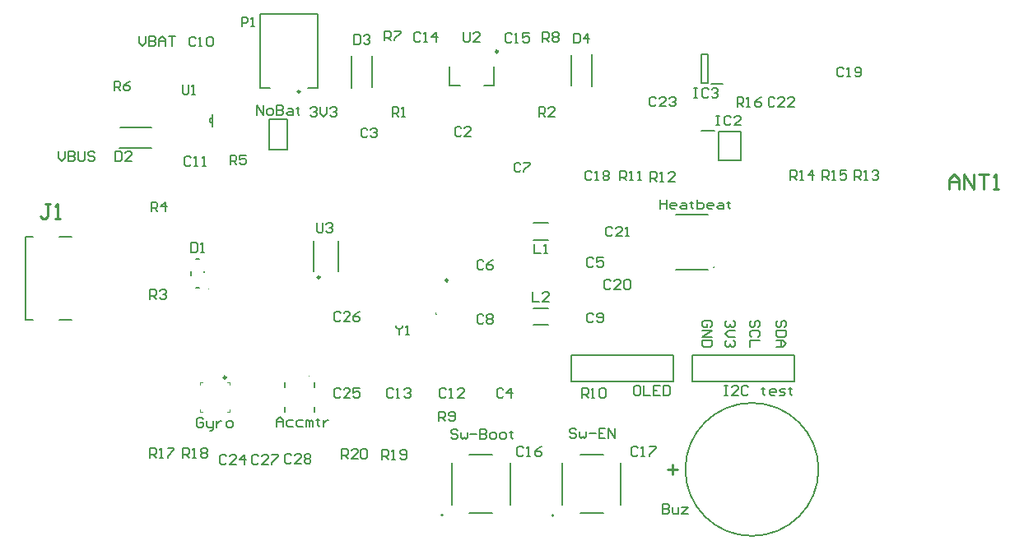
<source format=gto>
G04*
G04 #@! TF.GenerationSoftware,Altium Limited,Altium Designer,23.2.1 (34)*
G04*
G04 Layer_Color=65535*
%FSLAX44Y44*%
%MOMM*%
G71*
G04*
G04 #@! TF.SameCoordinates,8496A63A-E985-4FE9-BA7E-BC2AAF8C8172*
G04*
G04*
G04 #@! TF.FilePolarity,Positive*
G04*
G01*
G75*
%ADD10C,0.2000*%
%ADD11C,0.2540*%
%ADD12C,0.2500*%
%ADD13C,0.1524*%
%ADD14C,0.1250*%
%ADD15C,0.1000*%
%ADD16C,0.1270*%
D10*
X912443Y651280D02*
G03*
X912443Y651280I-1000J0D01*
G01*
X798544D02*
G03*
X798544Y651280I-1000J0D01*
G01*
X1077457Y906530D02*
G03*
X1077457Y906530I-597J0D01*
G01*
X791410Y858140D02*
G03*
X791410Y859140I0J500D01*
G01*
D02*
G03*
X791410Y858140I0J-500D01*
G01*
X1184830Y698500D02*
G03*
X1184830Y698500I-68500J0D01*
G01*
X1159740Y789190D02*
Y816090D01*
X1055140D02*
X1159740D01*
X1055140Y789190D02*
Y816090D01*
Y789190D02*
X1159740D01*
X610580Y1091725D02*
X620580D01*
X610578Y1091723D02*
Y1167723D01*
X610580Y1167726D02*
X669581D01*
X659580Y1091725D02*
X669581D01*
Y1167726D01*
X1081685Y1046668D02*
X1104685D01*
Y1016668D02*
Y1046668D01*
X1081685Y1016668D02*
X1104685D01*
X1081685D02*
Y1046668D01*
X1064185Y1047168D02*
X1078185D01*
X404020Y937850D02*
X416520D01*
X404020Y852850D02*
X416520D01*
X369020Y937850D02*
X376520D01*
X369020Y852850D02*
Y937850D01*
Y852850D02*
X376520D01*
X930680Y789190D02*
Y816090D01*
Y789190D02*
X1035280D01*
Y816090D01*
X930680D02*
X1035280D01*
X620019Y1058752D02*
X638019D01*
X620019Y1028052D02*
Y1058752D01*
Y1028052D02*
X638019D01*
Y1058752D01*
X891160Y952240D02*
X907160D01*
X891160Y934740D02*
X907160D01*
X666038Y782801D02*
Y787801D01*
Y757801D02*
Y762801D01*
X636037Y782801D02*
Y787801D01*
Y757801D02*
Y762801D01*
X1038170Y904560D02*
X1071170D01*
X1038170Y960560D02*
X1071170D01*
X1074651Y1095980D02*
X1086151D01*
X1071151Y1096230D02*
Y1125730D01*
X1064651D02*
X1071151D01*
X1064651Y1096230D02*
Y1125730D01*
Y1096230D02*
X1071151D01*
X691180Y902710D02*
Y933710D01*
X665180Y902710D02*
Y933710D01*
X851160Y1093960D02*
Y1113210D01*
X805160Y1093960D02*
Y1113210D01*
Y1093960D02*
X815910D01*
X840410D02*
X851160D01*
X891160Y847096D02*
X907160D01*
X891160Y864596D02*
X907160D01*
X544100Y885430D02*
X548100D01*
X544100Y915430D02*
X548100D01*
X553100Y901430D02*
Y902430D01*
X539100Y898430D02*
Y902430D01*
X1073321Y844775D02*
X1074987Y846442D01*
Y849774D01*
X1073321Y851440D01*
X1066656D01*
X1064990Y849774D01*
Y846442D01*
X1066656Y844775D01*
X1069988D01*
Y848108D01*
X1064990Y841443D02*
X1074987D01*
X1064990Y834779D01*
X1074987D01*
Y831446D02*
X1064990D01*
Y826448D01*
X1066656Y824782D01*
X1073321D01*
X1074987Y826448D01*
Y831446D01*
X1097451Y851440D02*
X1099117Y849774D01*
Y846442D01*
X1097451Y844775D01*
X1095785D01*
X1094118Y846442D01*
Y848108D01*
Y846442D01*
X1092452Y844775D01*
X1090786D01*
X1089120Y846442D01*
Y849774D01*
X1090786Y851440D01*
X1099117Y841443D02*
X1092452D01*
X1089120Y838111D01*
X1092452Y834779D01*
X1099117D01*
X1097451Y831446D02*
X1099117Y829780D01*
Y826448D01*
X1097451Y824782D01*
X1095785D01*
X1094118Y826448D01*
Y828114D01*
Y826448D01*
X1092452Y824782D01*
X1090786D01*
X1089120Y826448D01*
Y829780D01*
X1090786Y831446D01*
X1122851Y844775D02*
X1124517Y846442D01*
Y849774D01*
X1122851Y851440D01*
X1121184D01*
X1119518Y849774D01*
Y846442D01*
X1117852Y844775D01*
X1116186D01*
X1114520Y846442D01*
Y849774D01*
X1116186Y851440D01*
X1122851Y834779D02*
X1124517Y836445D01*
Y839777D01*
X1122851Y841443D01*
X1116186D01*
X1114520Y839777D01*
Y836445D01*
X1116186Y834779D01*
X1124517Y831446D02*
X1114520D01*
Y824782D01*
X1149521Y844775D02*
X1151187Y846442D01*
Y849774D01*
X1149521Y851440D01*
X1147855D01*
X1146188Y849774D01*
Y846442D01*
X1144522Y844775D01*
X1142856D01*
X1141190Y846442D01*
Y849774D01*
X1142856Y851440D01*
X1151187Y841443D02*
X1141190D01*
Y836445D01*
X1142856Y834779D01*
X1149521D01*
X1151187Y836445D01*
Y841443D01*
X1141190Y831446D02*
X1147855D01*
X1151187Y828114D01*
X1147855Y824782D01*
X1141190D01*
X1146188D01*
Y831446D01*
X1087691Y784778D02*
X1091023D01*
X1089357D01*
Y774782D01*
X1087691D01*
X1091023D01*
X1102686D02*
X1096022D01*
X1102686Y781446D01*
Y783112D01*
X1101020Y784778D01*
X1097688D01*
X1096022Y783112D01*
X1112683D02*
X1111017Y784778D01*
X1107685D01*
X1106019Y783112D01*
Y776448D01*
X1107685Y774782D01*
X1111017D01*
X1112683Y776448D01*
X1127678Y783112D02*
Y781446D01*
X1126012D01*
X1129344D01*
X1127678D01*
Y776448D01*
X1129344Y774782D01*
X1139341D02*
X1136009D01*
X1134343Y776448D01*
Y779780D01*
X1136009Y781446D01*
X1139341D01*
X1141007Y779780D01*
Y778114D01*
X1134343D01*
X1144340Y774782D02*
X1149338D01*
X1151004Y776448D01*
X1149338Y778114D01*
X1146006D01*
X1144340Y779780D01*
X1146006Y781446D01*
X1151004D01*
X1156003Y783112D02*
Y781446D01*
X1154336D01*
X1157669D01*
X1156003D01*
Y776448D01*
X1157669Y774782D01*
X403313Y1026078D02*
Y1019414D01*
X406645Y1016082D01*
X409977Y1019414D01*
Y1026078D01*
X413309D02*
Y1016082D01*
X418308D01*
X419974Y1017748D01*
Y1019414D01*
X418308Y1021080D01*
X413309D01*
X418308D01*
X419974Y1022746D01*
Y1024412D01*
X418308Y1026078D01*
X413309D01*
X423306D02*
Y1017748D01*
X424972Y1016082D01*
X428304D01*
X429971Y1017748D01*
Y1026078D01*
X439967Y1024412D02*
X438301Y1026078D01*
X434969D01*
X433303Y1024412D01*
Y1022746D01*
X434969Y1021080D01*
X438301D01*
X439967Y1019414D01*
Y1017748D01*
X438301Y1016082D01*
X434969D01*
X433303Y1017748D01*
X486410Y1144361D02*
Y1137696D01*
X489742Y1134364D01*
X493074Y1137696D01*
Y1144361D01*
X496407D02*
Y1134364D01*
X501405D01*
X503071Y1136030D01*
Y1137696D01*
X501405Y1139362D01*
X496407D01*
X501405D01*
X503071Y1141029D01*
Y1142695D01*
X501405Y1144361D01*
X496407D01*
X506404Y1134364D02*
Y1141029D01*
X509736Y1144361D01*
X513068Y1141029D01*
Y1134364D01*
Y1139362D01*
X506404D01*
X516400Y1144361D02*
X523065D01*
X519733D01*
Y1134364D01*
X662311Y1070132D02*
X663977Y1071798D01*
X667309D01*
X668976Y1070132D01*
Y1068466D01*
X667309Y1066800D01*
X665643D01*
X667309D01*
X668976Y1065134D01*
Y1063468D01*
X667309Y1061802D01*
X663977D01*
X662311Y1063468D01*
X672308Y1071798D02*
Y1065134D01*
X675640Y1061802D01*
X678972Y1065134D01*
Y1071798D01*
X682305Y1070132D02*
X683971Y1071798D01*
X687303D01*
X688969Y1070132D01*
Y1068466D01*
X687303Y1066800D01*
X685637D01*
X687303D01*
X688969Y1065134D01*
Y1063468D01*
X687303Y1061802D01*
X683971D01*
X682305Y1063468D01*
X897179Y1061802D02*
Y1071798D01*
X902178D01*
X903844Y1070132D01*
Y1066800D01*
X902178Y1065134D01*
X897179D01*
X900512D02*
X903844Y1061802D01*
X913841D02*
X907176D01*
X913841Y1068466D01*
Y1070132D01*
X912175Y1071798D01*
X908842D01*
X907176Y1070132D01*
X746445Y1061802D02*
Y1071798D01*
X751444D01*
X753110Y1070132D01*
Y1066800D01*
X751444Y1065134D01*
X746445D01*
X749778D02*
X753110Y1061802D01*
X756442D02*
X759774D01*
X758108D01*
Y1071798D01*
X756442Y1070132D01*
X607359Y1063804D02*
Y1073801D01*
X614024Y1063804D01*
Y1073801D01*
X619022Y1063804D02*
X622354D01*
X624020Y1065470D01*
Y1068802D01*
X622354Y1070469D01*
X619022D01*
X617356Y1068802D01*
Y1065470D01*
X619022Y1063804D01*
X627353Y1073801D02*
Y1063804D01*
X632351D01*
X634017Y1065470D01*
Y1067136D01*
X632351Y1068802D01*
X627353D01*
X632351D01*
X634017Y1070469D01*
Y1072135D01*
X632351Y1073801D01*
X627353D01*
X639016Y1070469D02*
X642348D01*
X644014Y1068802D01*
Y1063804D01*
X639016D01*
X637349Y1065470D01*
X639016Y1067136D01*
X644014D01*
X649012Y1072135D02*
Y1070469D01*
X647346D01*
X650678D01*
X649012D01*
Y1065470D01*
X650678Y1063804D01*
X627739Y742557D02*
Y749221D01*
X631071Y752553D01*
X634403Y749221D01*
Y742557D01*
Y747555D01*
X627739D01*
X644400Y749221D02*
X639402D01*
X637735Y747555D01*
Y744223D01*
X639402Y742557D01*
X644400D01*
X654397Y749221D02*
X649398D01*
X647732Y747555D01*
Y744223D01*
X649398Y742557D01*
X654397D01*
X657729D02*
Y749221D01*
X659395D01*
X661061Y747555D01*
Y742557D01*
Y747555D01*
X662727Y749221D01*
X664393Y747555D01*
Y742557D01*
X669392Y750887D02*
Y749221D01*
X667726D01*
X671058D01*
X669392D01*
Y744223D01*
X671058Y742557D01*
X676057Y749221D02*
Y742557D01*
Y745889D01*
X677723Y747555D01*
X679389Y749221D01*
X681055D01*
X750256Y847008D02*
Y845342D01*
X753588Y842010D01*
X756920Y845342D01*
Y847008D01*
X753588Y842010D02*
Y837012D01*
X760252D02*
X763585D01*
X761918D01*
Y847008D01*
X760252Y845342D01*
X668579Y952418D02*
Y944088D01*
X670246Y942422D01*
X673578D01*
X675244Y944088D01*
Y952418D01*
X678576Y950752D02*
X680242Y952418D01*
X683575D01*
X685241Y950752D01*
Y949086D01*
X683575Y947420D01*
X681908D01*
X683575D01*
X685241Y945754D01*
Y944088D01*
X683575Y942422D01*
X680242D01*
X678576Y944088D01*
X819829Y1148788D02*
Y1140458D01*
X821496Y1138792D01*
X824828D01*
X826494Y1140458D01*
Y1148788D01*
X836491Y1138792D02*
X829826D01*
X836491Y1145456D01*
Y1147122D01*
X834825Y1148788D01*
X831492D01*
X829826Y1147122D01*
X530546Y1094658D02*
Y1086328D01*
X532212Y1084662D01*
X535544D01*
X537210Y1086328D01*
Y1094658D01*
X540542Y1084662D02*
X543875D01*
X542208D01*
Y1094658D01*
X540542Y1092992D01*
X935635Y739342D02*
X933969Y741008D01*
X930637D01*
X928971Y739342D01*
Y737676D01*
X930637Y736009D01*
X933969D01*
X935635Y734343D01*
Y732677D01*
X933969Y731011D01*
X930637D01*
X928971Y732677D01*
X938968Y737676D02*
Y732677D01*
X940634Y731011D01*
X942300Y732677D01*
X943966Y731011D01*
X945632Y732677D01*
Y737676D01*
X948964Y736009D02*
X955629D01*
X965626Y741008D02*
X958961D01*
Y731011D01*
X965626D01*
X958961Y736009D02*
X962293D01*
X968958Y731011D02*
Y741008D01*
X975622Y731011D01*
Y741008D01*
X813448Y738072D02*
X811782Y739738D01*
X808450D01*
X806784Y738072D01*
Y736406D01*
X808450Y734740D01*
X811782D01*
X813448Y733073D01*
Y731407D01*
X811782Y729741D01*
X808450D01*
X806784Y731407D01*
X816780Y736406D02*
Y731407D01*
X818446Y729741D01*
X820113Y731407D01*
X821779Y729741D01*
X823445Y731407D01*
Y736406D01*
X826777Y734740D02*
X833442D01*
X836774Y739738D02*
Y729741D01*
X841772D01*
X843438Y731407D01*
Y733073D01*
X841772Y734740D01*
X836774D01*
X841772D01*
X843438Y736406D01*
Y738072D01*
X841772Y739738D01*
X836774D01*
X848437Y729741D02*
X851769D01*
X853435Y731407D01*
Y734740D01*
X851769Y736406D01*
X848437D01*
X846771Y734740D01*
Y731407D01*
X848437Y729741D01*
X858434D02*
X861766D01*
X863432Y731407D01*
Y734740D01*
X861766Y736406D01*
X858434D01*
X856767Y734740D01*
Y731407D01*
X858434Y729741D01*
X868430Y738072D02*
Y736406D01*
X866764D01*
X870097D01*
X868430D01*
Y731407D01*
X870097Y729741D01*
X694165Y709382D02*
Y719379D01*
X699163D01*
X700829Y717713D01*
Y714381D01*
X699163Y712715D01*
X694165D01*
X697497D02*
X700829Y709382D01*
X710826D02*
X704162D01*
X710826Y716047D01*
Y717713D01*
X709160Y719379D01*
X705828D01*
X704162Y717713D01*
X714158D02*
X715824Y719379D01*
X719157D01*
X720823Y717713D01*
Y711049D01*
X719157Y709382D01*
X715824D01*
X714158Y711049D01*
Y717713D01*
X736170Y708862D02*
Y718859D01*
X741168D01*
X742834Y717193D01*
Y713860D01*
X741168Y712194D01*
X736170D01*
X739502D02*
X742834Y708862D01*
X746167D02*
X749499D01*
X747833D01*
Y718859D01*
X746167Y717193D01*
X754497Y710528D02*
X756163Y708862D01*
X759496D01*
X761162Y710528D01*
Y717193D01*
X759496Y718859D01*
X756163D01*
X754497Y717193D01*
Y715527D01*
X756163Y713860D01*
X761162D01*
X531290Y710132D02*
Y720129D01*
X536288D01*
X537954Y718463D01*
Y715131D01*
X536288Y713465D01*
X531290D01*
X534622D02*
X537954Y710132D01*
X541287D02*
X544619D01*
X542953D01*
Y720129D01*
X541287Y718463D01*
X549617D02*
X551283Y720129D01*
X554616D01*
X556282Y718463D01*
Y716797D01*
X554616Y715131D01*
X556282Y713465D01*
Y711798D01*
X554616Y710132D01*
X551283D01*
X549617Y711798D01*
Y713465D01*
X551283Y715131D01*
X549617Y716797D01*
Y718463D01*
X551283Y715131D02*
X554616D01*
X497000Y710132D02*
Y720129D01*
X501998D01*
X503664Y718463D01*
Y715131D01*
X501998Y713465D01*
X497000D01*
X500332D02*
X503664Y710132D01*
X506996D02*
X510329D01*
X508663D01*
Y720129D01*
X506996Y718463D01*
X515327Y720129D02*
X521992D01*
Y718463D01*
X515327Y711798D01*
Y710132D01*
X1101125Y1071692D02*
Y1081689D01*
X1106124D01*
X1107790Y1080022D01*
Y1076690D01*
X1106124Y1075024D01*
X1101125D01*
X1104458D02*
X1107790Y1071692D01*
X1111122D02*
X1114454D01*
X1112788D01*
Y1081689D01*
X1111122Y1080022D01*
X1126117Y1081689D02*
X1122785Y1080022D01*
X1119453Y1076690D01*
Y1073358D01*
X1121119Y1071692D01*
X1124451D01*
X1126117Y1073358D01*
Y1075024D01*
X1124451Y1076690D01*
X1119453D01*
X1188639Y996360D02*
Y1006357D01*
X1193637D01*
X1195304Y1004690D01*
Y1001358D01*
X1193637Y999692D01*
X1188639D01*
X1191971D02*
X1195304Y996360D01*
X1198636D02*
X1201968D01*
X1200302D01*
Y1006357D01*
X1198636Y1004690D01*
X1213631Y1006357D02*
X1206966D01*
Y1001358D01*
X1210299Y1003024D01*
X1211965D01*
X1213631Y1001358D01*
Y998026D01*
X1211965Y996360D01*
X1208633D01*
X1206966Y998026D01*
X1155619Y996360D02*
Y1006357D01*
X1160617D01*
X1162284Y1004690D01*
Y1001358D01*
X1160617Y999692D01*
X1155619D01*
X1158951D02*
X1162284Y996360D01*
X1165616D02*
X1168948D01*
X1167282D01*
Y1006357D01*
X1165616Y1004690D01*
X1178945Y996360D02*
Y1006357D01*
X1173947Y1001358D01*
X1180611D01*
X1221659Y996360D02*
Y1006357D01*
X1226657D01*
X1228324Y1004690D01*
Y1001358D01*
X1226657Y999692D01*
X1221659D01*
X1224991D02*
X1228324Y996360D01*
X1231656D02*
X1234988D01*
X1233322D01*
Y1006357D01*
X1231656Y1004690D01*
X1239986D02*
X1241653Y1006357D01*
X1244985D01*
X1246651Y1004690D01*
Y1003024D01*
X1244985Y1001358D01*
X1243319D01*
X1244985D01*
X1246651Y999692D01*
Y998026D01*
X1244985Y996360D01*
X1241653D01*
X1239986Y998026D01*
X1012109Y995090D02*
Y1005087D01*
X1017107D01*
X1018774Y1003420D01*
Y1000088D01*
X1017107Y998422D01*
X1012109D01*
X1015441D02*
X1018774Y995090D01*
X1022106D02*
X1025438D01*
X1023772D01*
Y1005087D01*
X1022106Y1003420D01*
X1037101Y995090D02*
X1030436D01*
X1037101Y1001754D01*
Y1003420D01*
X1035435Y1005087D01*
X1032103D01*
X1030436Y1003420D01*
X980755Y996123D02*
Y1006120D01*
X985754D01*
X987420Y1004453D01*
Y1001121D01*
X985754Y999455D01*
X980755D01*
X984087D02*
X987420Y996123D01*
X990752D02*
X994084D01*
X992418D01*
Y1006120D01*
X990752Y1004453D01*
X999083Y996123D02*
X1002415D01*
X1000749D01*
Y1006120D01*
X999083Y1004453D01*
X941274Y772242D02*
Y782238D01*
X946272D01*
X947939Y780572D01*
Y777240D01*
X946272Y775574D01*
X941274D01*
X944606D02*
X947939Y772242D01*
X951271D02*
X954603D01*
X952937D01*
Y782238D01*
X951271Y780572D01*
X959602D02*
X961268Y782238D01*
X964600D01*
X966266Y780572D01*
Y773908D01*
X964600Y772242D01*
X961268D01*
X959602Y773908D01*
Y780572D01*
X794309Y748112D02*
Y758108D01*
X799308D01*
X800974Y756442D01*
Y753110D01*
X799308Y751444D01*
X794309D01*
X797642D02*
X800974Y748112D01*
X804306Y749778D02*
X805972Y748112D01*
X809305D01*
X810971Y749778D01*
Y756442D01*
X809305Y758108D01*
X805972D01*
X804306Y756442D01*
Y754776D01*
X805972Y753110D01*
X810971D01*
X901109Y1138792D02*
Y1148788D01*
X906108D01*
X907774Y1147122D01*
Y1143790D01*
X906108Y1142124D01*
X901109D01*
X904442D02*
X907774Y1138792D01*
X911106Y1147122D02*
X912772Y1148788D01*
X916105D01*
X917771Y1147122D01*
Y1145456D01*
X916105Y1143790D01*
X917771Y1142124D01*
Y1140458D01*
X916105Y1138792D01*
X912772D01*
X911106Y1140458D01*
Y1142124D01*
X912772Y1143790D01*
X911106Y1145456D01*
Y1147122D01*
X912772Y1143790D02*
X916105D01*
X738549Y1140062D02*
Y1150058D01*
X743548D01*
X745214Y1148392D01*
Y1145060D01*
X743548Y1143394D01*
X738549D01*
X741882D02*
X745214Y1140062D01*
X748546Y1150058D02*
X755211D01*
Y1148392D01*
X748546Y1141728D01*
Y1140062D01*
X460299Y1088472D02*
Y1098468D01*
X465298D01*
X466964Y1096802D01*
Y1093470D01*
X465298Y1091804D01*
X460299D01*
X463632D02*
X466964Y1088472D01*
X476961Y1098468D02*
X473628Y1096802D01*
X470296Y1093470D01*
Y1090138D01*
X471962Y1088472D01*
X475294D01*
X476961Y1090138D01*
Y1091804D01*
X475294Y1093470D01*
X470296D01*
X579679Y1012272D02*
Y1022268D01*
X584678D01*
X586344Y1020602D01*
Y1017270D01*
X584678Y1015604D01*
X579679D01*
X583012D02*
X586344Y1012272D01*
X596341Y1022268D02*
X589676D01*
Y1017270D01*
X593008Y1018936D01*
X594674D01*
X596341Y1017270D01*
Y1013938D01*
X594674Y1012272D01*
X591342D01*
X589676Y1013938D01*
X498399Y964012D02*
Y974008D01*
X503398D01*
X505064Y972342D01*
Y969010D01*
X503398Y967344D01*
X498399D01*
X501732D02*
X505064Y964012D01*
X513395D02*
Y974008D01*
X508396Y969010D01*
X515061D01*
X497129Y873842D02*
Y883838D01*
X502128D01*
X503794Y882172D01*
Y878840D01*
X502128Y877174D01*
X497129D01*
X500462D02*
X503794Y873842D01*
X507126Y882172D02*
X508792Y883838D01*
X512124D01*
X513791Y882172D01*
Y880506D01*
X512124Y878840D01*
X510458D01*
X512124D01*
X513791Y877174D01*
Y875508D01*
X512124Y873842D01*
X508792D01*
X507126Y875508D01*
X591506Y1154512D02*
Y1164508D01*
X596504D01*
X598170Y1162842D01*
Y1159510D01*
X596504Y1157844D01*
X591506D01*
X601502Y1154512D02*
X604835D01*
X603168D01*
Y1164508D01*
X601502Y1162842D01*
X1000131Y784778D02*
X996799D01*
X995133Y783112D01*
Y776448D01*
X996799Y774782D01*
X1000131D01*
X1001797Y776448D01*
Y783112D01*
X1000131Y784778D01*
X1005129D02*
Y774782D01*
X1011794D01*
X1021791Y784778D02*
X1015126D01*
Y774782D01*
X1021791D01*
X1015126Y779780D02*
X1018458D01*
X1025123Y784778D02*
Y774782D01*
X1030121D01*
X1031787Y776448D01*
Y783112D01*
X1030121Y784778D01*
X1025123D01*
X1024261Y662858D02*
Y652862D01*
X1029259D01*
X1030926Y654528D01*
Y656194D01*
X1029259Y657860D01*
X1024261D01*
X1029259D01*
X1030926Y659526D01*
Y661192D01*
X1029259Y662858D01*
X1024261D01*
X1034258Y659526D02*
Y654528D01*
X1035924Y652862D01*
X1040922D01*
Y659526D01*
X1044255D02*
X1050919D01*
X1044255Y652862D01*
X1050919D01*
X892495Y930828D02*
Y920832D01*
X899160D01*
X902492D02*
X905825D01*
X904158D01*
Y930828D01*
X902492Y929162D01*
X890829Y881164D02*
Y871168D01*
X897494D01*
X907491D02*
X900826D01*
X907491Y877832D01*
Y879498D01*
X905825Y881164D01*
X902492D01*
X900826Y879498D01*
X552321Y749859D02*
X550655Y751525D01*
X547323D01*
X545656Y749859D01*
Y743195D01*
X547323Y741529D01*
X550655D01*
X552321Y743195D01*
Y746527D01*
X548989D01*
X555653Y748193D02*
Y743195D01*
X557319Y741529D01*
X562318D01*
Y739863D01*
X560652Y738196D01*
X558985D01*
X562318Y741529D02*
Y748193D01*
X565650D02*
Y741529D01*
Y744861D01*
X567316Y746527D01*
X568982Y748193D01*
X570648D01*
X577313Y741529D02*
X580645D01*
X582311Y743195D01*
Y746527D01*
X580645Y748193D01*
X577313D01*
X575647Y746527D01*
Y743195D01*
X577313Y741529D01*
X1056559Y1091209D02*
X1059891D01*
X1058225D01*
Y1081213D01*
X1056559D01*
X1059891D01*
X1071554Y1089543D02*
X1069888Y1091209D01*
X1066556D01*
X1064890Y1089543D01*
Y1082879D01*
X1066556Y1081213D01*
X1069888D01*
X1071554Y1082879D01*
X1074886Y1089543D02*
X1076553Y1091209D01*
X1079885D01*
X1081551Y1089543D01*
Y1087877D01*
X1079885Y1086211D01*
X1078219D01*
X1079885D01*
X1081551Y1084545D01*
Y1082879D01*
X1079885Y1081213D01*
X1076553D01*
X1074886Y1082879D01*
X1079704Y1062908D02*
X1083036D01*
X1081370D01*
Y1052912D01*
X1079704D01*
X1083036D01*
X1094699Y1061242D02*
X1093033Y1062908D01*
X1089701D01*
X1088035Y1061242D01*
Y1054578D01*
X1089701Y1052912D01*
X1093033D01*
X1094699Y1054578D01*
X1104696Y1052912D02*
X1098031D01*
X1104696Y1059576D01*
Y1061242D01*
X1103030Y1062908D01*
X1099698D01*
X1098031Y1061242D01*
X1022088Y976548D02*
Y966552D01*
Y971550D01*
X1028753D01*
Y976548D01*
Y966552D01*
X1037083D02*
X1033751D01*
X1032085Y968218D01*
Y971550D01*
X1033751Y973216D01*
X1037083D01*
X1038749Y971550D01*
Y969884D01*
X1032085D01*
X1043748Y973216D02*
X1047080D01*
X1048746Y971550D01*
Y966552D01*
X1043748D01*
X1042082Y968218D01*
X1043748Y969884D01*
X1048746D01*
X1053745Y974882D02*
Y973216D01*
X1052079D01*
X1055411D01*
X1053745D01*
Y968218D01*
X1055411Y966552D01*
X1060409Y976548D02*
Y966552D01*
X1065408D01*
X1067074Y968218D01*
Y969884D01*
Y971550D01*
X1065408Y973216D01*
X1060409D01*
X1075404Y966552D02*
X1072072D01*
X1070406Y968218D01*
Y971550D01*
X1072072Y973216D01*
X1075404D01*
X1077070Y971550D01*
Y969884D01*
X1070406D01*
X1082069Y973216D02*
X1085401D01*
X1087067Y971550D01*
Y966552D01*
X1082069D01*
X1080403Y968218D01*
X1082069Y969884D01*
X1087067D01*
X1092066Y974882D02*
Y973216D01*
X1090399D01*
X1093732D01*
X1092066D01*
Y968218D01*
X1093732Y966552D01*
X932859Y1147518D02*
Y1137522D01*
X937858D01*
X939524Y1139188D01*
Y1145852D01*
X937858Y1147518D01*
X932859D01*
X947855Y1137522D02*
Y1147518D01*
X942856Y1142520D01*
X949521D01*
X706799Y1146248D02*
Y1136252D01*
X711798D01*
X713464Y1137918D01*
Y1144582D01*
X711798Y1146248D01*
X706799D01*
X716796Y1144582D02*
X718462Y1146248D01*
X721795D01*
X723461Y1144582D01*
Y1142916D01*
X721795Y1141250D01*
X720128D01*
X721795D01*
X723461Y1139584D01*
Y1137918D01*
X721795Y1136252D01*
X718462D01*
X716796Y1137918D01*
X461569Y1026078D02*
Y1016082D01*
X466568D01*
X468234Y1017748D01*
Y1024412D01*
X466568Y1026078D01*
X461569D01*
X478231Y1016082D02*
X471566D01*
X478231Y1022746D01*
Y1024412D01*
X476564Y1026078D01*
X473232D01*
X471566Y1024412D01*
X539436Y932098D02*
Y922102D01*
X544434D01*
X546100Y923768D01*
Y930432D01*
X544434Y932098D01*
X539436D01*
X549432Y922102D02*
X552765D01*
X551098D01*
Y932098D01*
X549432Y930432D01*
X642533Y712573D02*
X640867Y714239D01*
X637535D01*
X635868Y712573D01*
Y705908D01*
X637535Y704242D01*
X640867D01*
X642533Y705908D01*
X652530Y704242D02*
X645865D01*
X652530Y710907D01*
Y712573D01*
X650864Y714239D01*
X647531D01*
X645865Y712573D01*
X655862D02*
X657528Y714239D01*
X660861D01*
X662527Y712573D01*
Y710907D01*
X660861Y709240D01*
X662527Y707574D01*
Y705908D01*
X660861Y704242D01*
X657528D01*
X655862Y705908D01*
Y707574D01*
X657528Y709240D01*
X655862Y710907D01*
Y712573D01*
X657528Y709240D02*
X660861D01*
X609094Y711944D02*
X607428Y713610D01*
X604095D01*
X602429Y711944D01*
Y705279D01*
X604095Y703613D01*
X607428D01*
X609094Y705279D01*
X619090Y703613D02*
X612426D01*
X619090Y710278D01*
Y711944D01*
X617424Y713610D01*
X614092D01*
X612426Y711944D01*
X622423Y713610D02*
X629087D01*
Y711944D01*
X622423Y705279D01*
Y703613D01*
X693105Y859312D02*
X691439Y860978D01*
X688107D01*
X686441Y859312D01*
Y852648D01*
X688107Y850982D01*
X691439D01*
X693105Y852648D01*
X703102Y850982D02*
X696438D01*
X703102Y857646D01*
Y859312D01*
X701436Y860978D01*
X698104D01*
X696438Y859312D01*
X713099Y860978D02*
X709767Y859312D01*
X706434Y855980D01*
Y852648D01*
X708101Y850982D01*
X711433D01*
X713099Y852648D01*
Y854314D01*
X711433Y855980D01*
X706434D01*
X693105Y780572D02*
X691439Y782238D01*
X688107D01*
X686441Y780572D01*
Y773908D01*
X688107Y772242D01*
X691439D01*
X693105Y773908D01*
X703102Y772242D02*
X696438D01*
X703102Y778906D01*
Y780572D01*
X701436Y782238D01*
X698104D01*
X696438Y780572D01*
X713099Y782238D02*
X706434D01*
Y777240D01*
X709767Y778906D01*
X711433D01*
X713099Y777240D01*
Y773908D01*
X711433Y772242D01*
X708101D01*
X706434Y773908D01*
X575789Y712113D02*
X574123Y713779D01*
X570791D01*
X569125Y712113D01*
Y705448D01*
X570791Y703782D01*
X574123D01*
X575789Y705448D01*
X585786Y703782D02*
X579122D01*
X585786Y710447D01*
Y712113D01*
X584120Y713779D01*
X580788D01*
X579122Y712113D01*
X594117Y703782D02*
Y713779D01*
X589118Y708781D01*
X595783D01*
X1017941Y1080653D02*
X1016274Y1082319D01*
X1012942D01*
X1011276Y1080653D01*
Y1073989D01*
X1012942Y1072323D01*
X1016274D01*
X1017941Y1073989D01*
X1027937Y1072323D02*
X1021273D01*
X1027937Y1078987D01*
Y1080653D01*
X1026271Y1082319D01*
X1022939D01*
X1021273Y1080653D01*
X1031270D02*
X1032936Y1082319D01*
X1036268D01*
X1037934Y1080653D01*
Y1078987D01*
X1036268Y1077321D01*
X1034602D01*
X1036268D01*
X1037934Y1075655D01*
Y1073989D01*
X1036268Y1072323D01*
X1032936D01*
X1031270Y1073989D01*
X1139977Y1080022D02*
X1138311Y1081689D01*
X1134978D01*
X1133312Y1080022D01*
Y1073358D01*
X1134978Y1071692D01*
X1138311D01*
X1139977Y1073358D01*
X1149974Y1071692D02*
X1143309D01*
X1149974Y1078356D01*
Y1080022D01*
X1148307Y1081689D01*
X1144975D01*
X1143309Y1080022D01*
X1159970Y1071692D02*
X1153306D01*
X1159970Y1078356D01*
Y1080022D01*
X1158304Y1081689D01*
X1154972D01*
X1153306Y1080022D01*
X972902Y946942D02*
X971236Y948608D01*
X967903D01*
X966237Y946942D01*
Y940278D01*
X967903Y938612D01*
X971236D01*
X972902Y940278D01*
X982898Y938612D02*
X976234D01*
X982898Y945276D01*
Y946942D01*
X981232Y948608D01*
X977900D01*
X976234Y946942D01*
X986231Y938612D02*
X989563D01*
X987897D01*
Y948608D01*
X986231Y946942D01*
X971236Y892332D02*
X969569Y893998D01*
X966237D01*
X964571Y892332D01*
Y885668D01*
X966237Y884002D01*
X969569D01*
X971236Y885668D01*
X981232Y884002D02*
X974568D01*
X981232Y890666D01*
Y892332D01*
X979566Y893998D01*
X976234D01*
X974568Y892332D01*
X984565D02*
X986231Y893998D01*
X989563D01*
X991229Y892332D01*
Y885668D01*
X989563Y884002D01*
X986231D01*
X984565Y885668D01*
Y892332D01*
X1210544Y1111133D02*
X1208877Y1112800D01*
X1205545D01*
X1203879Y1111133D01*
Y1104469D01*
X1205545Y1102803D01*
X1208877D01*
X1210544Y1104469D01*
X1213876Y1102803D02*
X1217208D01*
X1215542D01*
Y1112800D01*
X1213876Y1111133D01*
X1222206Y1104469D02*
X1223873Y1102803D01*
X1227205D01*
X1228871Y1104469D01*
Y1111133D01*
X1227205Y1112800D01*
X1223873D01*
X1222206Y1111133D01*
Y1109467D01*
X1223873Y1107801D01*
X1228871D01*
X951464Y1004453D02*
X949797Y1006120D01*
X946465D01*
X944799Y1004453D01*
Y997789D01*
X946465Y996123D01*
X949797D01*
X951464Y997789D01*
X954796Y996123D02*
X958128D01*
X956462D01*
Y1006120D01*
X954796Y1004453D01*
X963127D02*
X964793Y1006120D01*
X968125D01*
X969791Y1004453D01*
Y1002787D01*
X968125Y1001121D01*
X969791Y999455D01*
Y997789D01*
X968125Y996123D01*
X964793D01*
X963127Y997789D01*
Y999455D01*
X964793Y1001121D01*
X963127Y1002787D01*
Y1004453D01*
X964793Y1001121D02*
X968125D01*
X998979Y720292D02*
X997312Y721958D01*
X993980D01*
X992314Y720292D01*
Y713627D01*
X993980Y711961D01*
X997312D01*
X998979Y713627D01*
X1002311Y711961D02*
X1005643D01*
X1003977D01*
Y721958D01*
X1002311Y720292D01*
X1010641Y721958D02*
X1017306D01*
Y720292D01*
X1010641Y713627D01*
Y711961D01*
X881311Y720292D02*
X879645Y721958D01*
X876313D01*
X874647Y720292D01*
Y713627D01*
X876313Y711961D01*
X879645D01*
X881311Y713627D01*
X884644Y711961D02*
X887976D01*
X886310D01*
Y721958D01*
X884644Y720292D01*
X899639Y721958D02*
X896307Y720292D01*
X892974Y716959D01*
Y713627D01*
X894640Y711961D01*
X897973D01*
X899639Y713627D01*
Y715293D01*
X897973Y716959D01*
X892974D01*
X869199Y1146332D02*
X867532Y1147998D01*
X864200D01*
X862534Y1146332D01*
Y1139668D01*
X864200Y1138002D01*
X867532D01*
X869199Y1139668D01*
X872531Y1138002D02*
X875863D01*
X874197D01*
Y1147998D01*
X872531Y1146332D01*
X887526Y1147998D02*
X880862D01*
Y1143000D01*
X884194Y1144666D01*
X885860D01*
X887526Y1143000D01*
Y1139668D01*
X885860Y1138002D01*
X882528D01*
X880862Y1139668D01*
X775339Y1147122D02*
X773672Y1148788D01*
X770340D01*
X768674Y1147122D01*
Y1140458D01*
X770340Y1138792D01*
X773672D01*
X775339Y1140458D01*
X778671Y1138792D02*
X782003D01*
X780337D01*
Y1148788D01*
X778671Y1147122D01*
X792000Y1138792D02*
Y1148788D01*
X787001Y1143790D01*
X793666D01*
X747279Y780572D02*
X745612Y782238D01*
X742280D01*
X740614Y780572D01*
Y773908D01*
X742280Y772242D01*
X745612D01*
X747279Y773908D01*
X750611Y772242D02*
X753943D01*
X752277D01*
Y782238D01*
X750611Y780572D01*
X758941D02*
X760608Y782238D01*
X763940D01*
X765606Y780572D01*
Y778906D01*
X763940Y777240D01*
X762274D01*
X763940D01*
X765606Y775574D01*
Y773908D01*
X763940Y772242D01*
X760608D01*
X758941Y773908D01*
X801889Y780572D02*
X800222Y782238D01*
X796890D01*
X795224Y780572D01*
Y773908D01*
X796890Y772242D01*
X800222D01*
X801889Y773908D01*
X805221Y772242D02*
X808553D01*
X806887D01*
Y782238D01*
X805221Y780572D01*
X820216Y772242D02*
X813551D01*
X820216Y778906D01*
Y780572D01*
X818550Y782238D01*
X815218D01*
X813551Y780572D01*
X539395Y1019332D02*
X537729Y1020998D01*
X534396D01*
X532730Y1019332D01*
Y1012668D01*
X534396Y1011002D01*
X537729D01*
X539395Y1012668D01*
X542727Y1011002D02*
X546059D01*
X544393D01*
Y1020998D01*
X542727Y1019332D01*
X551058Y1011002D02*
X554390D01*
X552724D01*
Y1020998D01*
X551058Y1019332D01*
X544078Y1142522D02*
X542412Y1144188D01*
X539080D01*
X537414Y1142522D01*
Y1135858D01*
X539080Y1134192D01*
X542412D01*
X544078Y1135858D01*
X547411Y1134192D02*
X550743D01*
X549077D01*
Y1144188D01*
X547411Y1142522D01*
X555742D02*
X557408Y1144188D01*
X560740D01*
X562406Y1142522D01*
Y1135858D01*
X560740Y1134192D01*
X557408D01*
X555742Y1135858D01*
Y1142522D01*
X953374Y858042D02*
X951708Y859708D01*
X948375D01*
X946709Y858042D01*
Y851378D01*
X948375Y849712D01*
X951708D01*
X953374Y851378D01*
X956706D02*
X958372Y849712D01*
X961704D01*
X963371Y851378D01*
Y858042D01*
X961704Y859708D01*
X958372D01*
X956706Y858042D01*
Y856376D01*
X958372Y854710D01*
X963371D01*
X840344Y856772D02*
X838678Y858438D01*
X835346D01*
X833679Y856772D01*
Y850108D01*
X835346Y848442D01*
X838678D01*
X840344Y850108D01*
X843676Y856772D02*
X845342Y858438D01*
X848674D01*
X850341Y856772D01*
Y855106D01*
X848674Y853440D01*
X850341Y851774D01*
Y850108D01*
X848674Y848442D01*
X845342D01*
X843676Y850108D01*
Y851774D01*
X845342Y853440D01*
X843676Y855106D01*
Y856772D01*
X845342Y853440D02*
X848674D01*
X878444Y1012982D02*
X876778Y1014648D01*
X873446D01*
X871779Y1012982D01*
Y1006318D01*
X873446Y1004652D01*
X876778D01*
X878444Y1006318D01*
X881776Y1014648D02*
X888441D01*
Y1012982D01*
X881776Y1006318D01*
Y1004652D01*
X840344Y912652D02*
X838678Y914318D01*
X835346D01*
X833679Y912652D01*
Y905988D01*
X835346Y904322D01*
X838678D01*
X840344Y905988D01*
X850341Y914318D02*
X847008Y912652D01*
X843676Y909320D01*
Y905988D01*
X845342Y904322D01*
X848674D01*
X850341Y905988D01*
Y907654D01*
X848674Y909320D01*
X843676D01*
X953374Y915192D02*
X951708Y916858D01*
X948375D01*
X946709Y915192D01*
Y908528D01*
X948375Y906862D01*
X951708D01*
X953374Y908528D01*
X963371Y916858D02*
X956706D01*
Y911860D01*
X960038Y913526D01*
X961704D01*
X963371Y911860D01*
Y908528D01*
X961704Y906862D01*
X958372D01*
X956706Y908528D01*
X860664Y780572D02*
X858998Y782238D01*
X855666D01*
X853999Y780572D01*
Y773908D01*
X855666Y772242D01*
X858998D01*
X860664Y773908D01*
X868995Y772242D02*
Y782238D01*
X863996Y777240D01*
X870661D01*
X720964Y1048542D02*
X719298Y1050208D01*
X715965D01*
X714299Y1048542D01*
Y1041878D01*
X715965Y1040212D01*
X719298D01*
X720964Y1041878D01*
X724296Y1048542D02*
X725962Y1050208D01*
X729295D01*
X730961Y1048542D01*
Y1046876D01*
X729295Y1045210D01*
X727628D01*
X729295D01*
X730961Y1043544D01*
Y1041878D01*
X729295Y1040212D01*
X725962D01*
X724296Y1041878D01*
X817484Y1049812D02*
X815818Y1051478D01*
X812486D01*
X810819Y1049812D01*
Y1043148D01*
X812486Y1041482D01*
X815818D01*
X817484Y1043148D01*
X827481Y1041482D02*
X820816D01*
X827481Y1048146D01*
Y1049812D01*
X825815Y1051478D01*
X822482D01*
X820816Y1049812D01*
D11*
X575414Y793121D02*
G03*
X575414Y793121I-1270J0D01*
G01*
X1029970Y698497D02*
X1040127D01*
X1035048Y703576D02*
Y693419D01*
X394970Y971547D02*
X389892D01*
X392431D01*
Y958852D01*
X389892Y956312D01*
X387352D01*
X384813Y958852D01*
X400048Y956312D02*
X405127D01*
X402588D01*
Y971547D01*
X400048Y969008D01*
X1319233Y987000D02*
Y997157D01*
X1324311Y1002235D01*
X1329390Y997157D01*
Y987000D01*
Y994617D01*
X1319233D01*
X1334468Y987000D02*
Y1002235D01*
X1344625Y987000D01*
Y1002235D01*
X1349703D02*
X1359860D01*
X1354781D01*
Y987000D01*
X1364938D02*
X1370017D01*
X1367477D01*
Y1002235D01*
X1364938Y999696D01*
D12*
X651490Y1087446D02*
G03*
X651490Y1087446I-1250J0D01*
G01*
X671930Y896210D02*
G03*
X671930Y896210I-1250J0D01*
G01*
X855160Y1128960D02*
G03*
X855160Y1128960I-1250J0D01*
G01*
X803680Y893210D02*
G03*
X803680Y893210I-1250J0D01*
G01*
D13*
X561594Y1060958D02*
G03*
X561594Y1054862I0J-3048D01*
G01*
Y1060958D02*
Y1064260D01*
Y1054862D02*
Y1060958D01*
Y1051560D02*
Y1054862D01*
D14*
X661042Y794431D02*
G03*
X661042Y793181I0J-625D01*
G01*
D02*
G03*
X661042Y794431I0J625D01*
G01*
D15*
X557600Y884430D02*
G03*
X557600Y884430I-500J0D01*
G01*
X576484Y787801D02*
X578984D01*
Y785301D02*
Y787801D01*
X548984D02*
X551484D01*
X548984Y785301D02*
Y787801D01*
Y757801D02*
Y760301D01*
Y757801D02*
X551484D01*
X578984D02*
Y760301D01*
X576484Y757801D02*
X578984D01*
D16*
X939723Y653780D02*
X963243D01*
X981483Y662020D02*
Y705540D01*
X939723Y713780D02*
X963243D01*
X921483Y662020D02*
Y705540D01*
X807584Y662020D02*
Y705540D01*
X825824Y713780D02*
X849344D01*
X867584Y662020D02*
Y705540D01*
X825824Y653780D02*
X849344D01*
X466600Y1050580D02*
X498600D01*
X466100Y1029680D02*
X499100D01*
X930740Y1093500D02*
Y1125500D01*
X951640Y1093000D02*
Y1126000D01*
X725580Y1092230D02*
Y1124230D01*
X704680Y1091730D02*
Y1124730D01*
M02*

</source>
